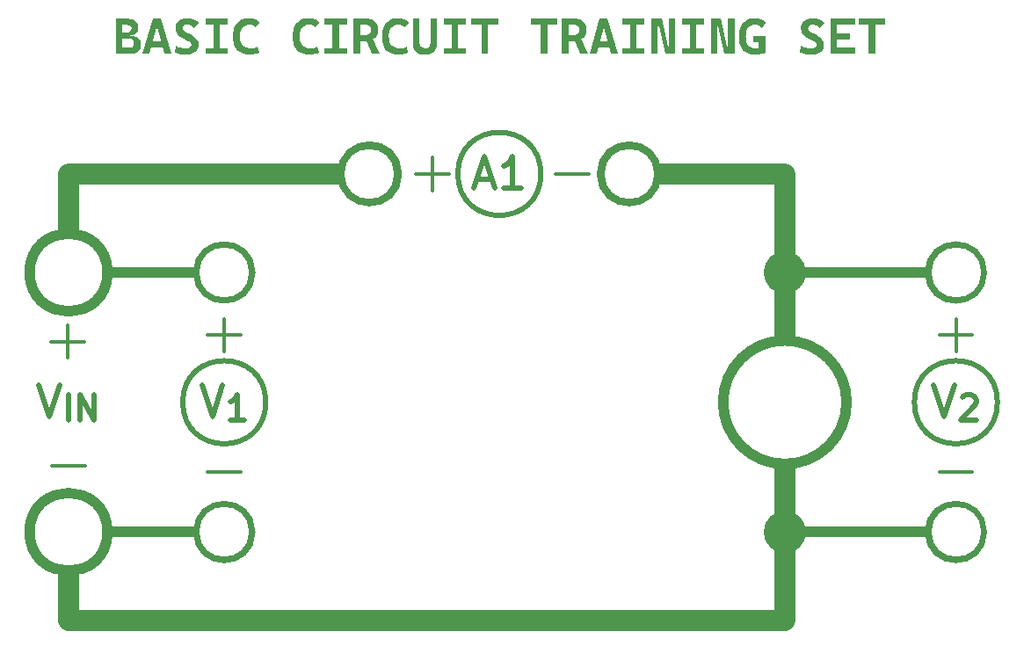
<source format=gbr>
%TF.GenerationSoftware,KiCad,Pcbnew,8.0.2*%
%TF.CreationDate,2024-06-17T23:35:22+07:00*%
%TF.ProjectId,Lamp_Circuit,4c616d70-5f43-4697-9263-7569742e6b69,rev?*%
%TF.SameCoordinates,Original*%
%TF.FileFunction,Legend,Top*%
%TF.FilePolarity,Positive*%
%FSLAX46Y46*%
G04 Gerber Fmt 4.6, Leading zero omitted, Abs format (unit mm)*
G04 Created by KiCad (PCBNEW 8.0.2) date 2024-06-17 23:35:22*
%MOMM*%
%LPD*%
G01*
G04 APERTURE LIST*
%ADD10C,2.000000*%
%ADD11C,1.000000*%
%ADD12C,2.050000*%
%ADD13C,0.500000*%
%ADD14C,0.300000*%
%ADD15C,1.250000*%
%ADD16C,6.400000*%
%ADD17C,4.800000*%
%ADD18C,6.500000*%
G04 APERTURE END LIST*
D10*
X111000000Y-72000000D02*
X111000000Y-77225000D01*
X111000000Y-115000000D02*
X180000000Y-115000000D01*
D11*
X114875000Y-81500000D02*
X123075000Y-81500000D01*
D10*
X137050000Y-72000000D02*
X111000000Y-72000000D01*
D11*
X179925000Y-106500000D02*
X193575000Y-106500000D01*
X179950000Y-81500000D02*
X193600000Y-81500000D01*
X114875000Y-106500000D02*
X123075000Y-106500000D01*
D10*
X180000000Y-72000000D02*
X180000000Y-87500000D01*
X167875000Y-72000000D02*
X180000000Y-72000000D01*
X111000000Y-110800000D02*
X111000000Y-115000000D01*
D12*
X181025000Y-81500000D02*
G75*
G02*
X178975000Y-81500000I-1025000J0D01*
G01*
X178975000Y-81500000D02*
G75*
G02*
X181025000Y-81500000I1025000J0D01*
G01*
X181025000Y-106500000D02*
G75*
G02*
X178975000Y-106500000I-1025000J0D01*
G01*
X178975000Y-106500000D02*
G75*
G02*
X181025000Y-106500000I1025000J0D01*
G01*
D10*
X180000000Y-115000000D02*
X180000000Y-100450000D01*
D13*
G36*
X116149215Y-60452501D02*
G01*
X116149215Y-59864364D01*
X116757868Y-59864364D01*
X116936425Y-59847774D01*
X117103414Y-59786486D01*
X117161357Y-59746394D01*
X117269709Y-59604917D01*
X117305686Y-59429581D01*
X117305827Y-59416422D01*
X117272580Y-59240122D01*
X117163827Y-59098030D01*
X117154518Y-59090725D01*
X116997743Y-59011835D01*
X116824556Y-58979377D01*
X116724529Y-58975320D01*
X116159473Y-58975320D01*
X116101343Y-58719720D01*
X117044243Y-58719720D01*
X117228985Y-58729905D01*
X117416278Y-58766490D01*
X117578138Y-58829682D01*
X117729832Y-58932577D01*
X117846777Y-59065691D01*
X117925449Y-59226529D01*
X117965849Y-59415091D01*
X117971755Y-59531827D01*
X117958338Y-59714571D01*
X117910146Y-59900181D01*
X117826905Y-60060999D01*
X117708615Y-60197027D01*
X117691364Y-60212288D01*
X117536903Y-60317381D01*
X117377645Y-60384706D01*
X117195888Y-60429042D01*
X117022190Y-60448747D01*
X116897208Y-60452501D01*
X116149215Y-60452501D01*
G37*
G36*
X115548255Y-60452501D02*
G01*
X115548255Y-57060456D01*
X116183409Y-57060456D01*
X116183409Y-60452501D01*
X115548255Y-60452501D01*
G37*
G36*
X115985938Y-58806914D02*
G01*
X115985938Y-58569266D01*
X116933112Y-58569266D01*
X116933112Y-58806914D01*
X115985938Y-58806914D01*
G37*
G36*
X116149215Y-58642783D02*
G01*
X116149215Y-58387183D01*
X116613398Y-58387183D01*
X116788265Y-58368530D01*
X116943850Y-58295726D01*
X116951064Y-58289730D01*
X117046709Y-58140141D01*
X117065614Y-57999936D01*
X117027206Y-57831066D01*
X116944225Y-57737497D01*
X116780991Y-57668127D01*
X116609932Y-57648940D01*
X116580059Y-57648593D01*
X116159473Y-57648593D01*
X116101343Y-57060456D01*
X116603995Y-57060456D01*
X116797358Y-57068240D01*
X116973531Y-57091591D01*
X117157338Y-57138510D01*
X117317748Y-57206618D01*
X117436619Y-57281862D01*
X117565648Y-57404266D01*
X117657811Y-57550071D01*
X117713109Y-57719278D01*
X117731542Y-57911886D01*
X117713487Y-58096737D01*
X117651077Y-58272148D01*
X117544087Y-58416003D01*
X117503297Y-58453006D01*
X117342395Y-58553084D01*
X117165464Y-58611463D01*
X116982646Y-58638150D01*
X116856176Y-58642783D01*
X116149215Y-58642783D01*
G37*
G36*
X118141015Y-60452501D02*
G01*
X119126657Y-57060456D01*
X119905425Y-57060456D01*
X120891067Y-60452501D01*
X120206333Y-60452501D01*
X119537840Y-57889660D01*
X119494243Y-57889660D01*
X118825750Y-60452501D01*
X118141015Y-60452501D01*
G37*
G36*
X118638538Y-59795976D02*
G01*
X118638538Y-59207839D01*
X120369609Y-59207839D01*
X120369609Y-59795976D01*
X118638538Y-59795976D01*
G37*
G36*
X122267376Y-60507211D02*
G01*
X122086856Y-60502369D01*
X121909675Y-60487843D01*
X121735833Y-60463634D01*
X121701465Y-60457630D01*
X121520166Y-60419484D01*
X121352403Y-60372044D01*
X121211636Y-60320854D01*
X121297976Y-59674587D01*
X121463186Y-59739035D01*
X121627561Y-59793465D01*
X121807409Y-59841767D01*
X121823709Y-59845557D01*
X121998314Y-59879626D01*
X122178193Y-59900663D01*
X122305844Y-59905397D01*
X122481876Y-59892534D01*
X122654245Y-59840278D01*
X122699930Y-59813928D01*
X122814133Y-59676567D01*
X122836706Y-59550634D01*
X122790289Y-59384307D01*
X122665047Y-59257322D01*
X122555460Y-59195016D01*
X122064776Y-58958223D01*
X121913974Y-58876423D01*
X121760662Y-58773119D01*
X121627653Y-58659344D01*
X121502285Y-58518830D01*
X121406002Y-58367361D01*
X121341229Y-58207237D01*
X121307968Y-58038458D01*
X121303105Y-57940951D01*
X121317259Y-57755379D01*
X121359719Y-57589114D01*
X121442907Y-57422739D01*
X121563066Y-57281581D01*
X121598883Y-57250233D01*
X121762106Y-57143269D01*
X121930083Y-57074746D01*
X122121541Y-57029621D01*
X122304335Y-57009566D01*
X122435781Y-57005745D01*
X122610166Y-57014468D01*
X122779411Y-57040637D01*
X122961434Y-57090175D01*
X123032467Y-57116021D01*
X123203053Y-57194544D01*
X123361116Y-57292267D01*
X123506658Y-57409191D01*
X123534264Y-57434880D01*
X123096580Y-57936677D01*
X122961411Y-57820175D01*
X122814898Y-57721533D01*
X122762334Y-57693045D01*
X122596921Y-57628931D01*
X122437491Y-57607560D01*
X122260014Y-57627470D01*
X122108374Y-57698174D01*
X122006994Y-57841762D01*
X121990405Y-57958048D01*
X122041015Y-58127056D01*
X122073325Y-58171761D01*
X122204691Y-58290171D01*
X122310118Y-58353844D01*
X122771737Y-58590637D01*
X122921669Y-58675529D01*
X123073686Y-58779860D01*
X123205079Y-58891993D01*
X123328245Y-59027466D01*
X123423288Y-59170715D01*
X123492411Y-59336542D01*
X123523132Y-59509382D01*
X123524860Y-59562602D01*
X123509193Y-59750921D01*
X123462192Y-59919441D01*
X123370109Y-60087793D01*
X123237100Y-60230286D01*
X123197453Y-60261869D01*
X123041332Y-60357466D01*
X122858705Y-60429583D01*
X122681070Y-60472710D01*
X122483960Y-60498586D01*
X122304826Y-60506971D01*
X122267376Y-60507211D01*
G37*
G36*
X124933653Y-60452501D02*
G01*
X124933653Y-57060456D01*
X125568806Y-57060456D01*
X125568806Y-60452501D01*
X124933653Y-60452501D01*
G37*
G36*
X124174546Y-60452501D02*
G01*
X124174546Y-59878041D01*
X126333042Y-59878041D01*
X126333042Y-60452501D01*
X124174546Y-60452501D01*
G37*
G36*
X124174546Y-57634915D02*
G01*
X124174546Y-57060456D01*
X126333042Y-57060456D01*
X126333042Y-57634915D01*
X124174546Y-57634915D01*
G37*
G36*
X128478716Y-60507211D02*
G01*
X128280998Y-60500352D01*
X128096037Y-60479776D01*
X127923831Y-60445481D01*
X127689440Y-60368319D01*
X127483751Y-60260293D01*
X127306762Y-60121401D01*
X127158473Y-59951645D01*
X127038886Y-59751024D01*
X126948000Y-59519539D01*
X126903354Y-59348068D01*
X126871464Y-59162879D01*
X126852330Y-58963973D01*
X126845952Y-58751349D01*
X126852377Y-58549271D01*
X126871651Y-58358920D01*
X126903775Y-58180296D01*
X126948748Y-58013400D01*
X127023034Y-57821271D01*
X127117397Y-57647467D01*
X127231838Y-57491987D01*
X127257135Y-57463090D01*
X127393957Y-57331336D01*
X127547434Y-57221912D01*
X127717565Y-57134820D01*
X127904350Y-57070060D01*
X128107790Y-57027630D01*
X128282534Y-57009765D01*
X128420586Y-57005745D01*
X128605331Y-57014401D01*
X128777770Y-57040367D01*
X128954934Y-57089521D01*
X129021545Y-57115166D01*
X129186820Y-57200816D01*
X129321792Y-57308486D01*
X129418196Y-57425477D01*
X129062578Y-57887951D01*
X128931247Y-57762722D01*
X128787317Y-57681077D01*
X128613568Y-57625939D01*
X128437869Y-57607632D01*
X128425715Y-57607560D01*
X128252595Y-57621550D01*
X128074079Y-57671799D01*
X127916185Y-57758593D01*
X127778915Y-57881932D01*
X127763206Y-57899919D01*
X127654373Y-58061058D01*
X127584652Y-58227299D01*
X127538738Y-58417103D01*
X127518332Y-58598545D01*
X127514445Y-58729123D01*
X127523634Y-58939336D01*
X127551200Y-59128872D01*
X127597144Y-59297732D01*
X127686990Y-59490714D01*
X127809508Y-59646938D01*
X127964696Y-59766403D01*
X128152556Y-59849110D01*
X128373088Y-59895058D01*
X128559927Y-59905397D01*
X128733728Y-59896421D01*
X128906354Y-59869493D01*
X129077805Y-59824613D01*
X129248081Y-59761782D01*
X129358356Y-60344789D01*
X129173386Y-60408077D01*
X128984243Y-60455820D01*
X128790927Y-60488019D01*
X128593439Y-60504673D01*
X128478716Y-60507211D01*
G37*
G36*
X134216469Y-60507211D02*
G01*
X134018751Y-60500352D01*
X133833790Y-60479776D01*
X133661584Y-60445481D01*
X133427193Y-60368319D01*
X133221504Y-60260293D01*
X133044515Y-60121401D01*
X132896226Y-59951645D01*
X132776639Y-59751024D01*
X132685753Y-59519539D01*
X132641107Y-59348068D01*
X132609217Y-59162879D01*
X132590083Y-58963973D01*
X132583705Y-58751349D01*
X132590130Y-58549271D01*
X132609404Y-58358920D01*
X132641528Y-58180296D01*
X132686501Y-58013400D01*
X132760787Y-57821271D01*
X132855150Y-57647467D01*
X132969591Y-57491987D01*
X132994888Y-57463090D01*
X133131710Y-57331336D01*
X133285186Y-57221912D01*
X133455317Y-57134820D01*
X133642103Y-57070060D01*
X133845543Y-57027630D01*
X134020287Y-57009765D01*
X134158339Y-57005745D01*
X134343084Y-57014401D01*
X134515523Y-57040367D01*
X134692687Y-57089521D01*
X134759298Y-57115166D01*
X134924573Y-57200816D01*
X135059544Y-57308486D01*
X135155949Y-57425477D01*
X134800331Y-57887951D01*
X134669000Y-57762722D01*
X134525070Y-57681077D01*
X134351321Y-57625939D01*
X134175622Y-57607632D01*
X134163468Y-57607560D01*
X133990348Y-57621550D01*
X133811832Y-57671799D01*
X133653938Y-57758593D01*
X133516668Y-57881932D01*
X133500959Y-57899919D01*
X133392126Y-58061058D01*
X133322405Y-58227299D01*
X133276491Y-58417103D01*
X133256085Y-58598545D01*
X133252198Y-58729123D01*
X133261387Y-58939336D01*
X133288953Y-59128872D01*
X133334897Y-59297732D01*
X133424743Y-59490714D01*
X133547261Y-59646938D01*
X133702449Y-59766403D01*
X133890309Y-59849110D01*
X134110840Y-59895058D01*
X134297679Y-59905397D01*
X134471481Y-59896421D01*
X134644107Y-59869493D01*
X134815558Y-59824613D01*
X134985834Y-59761782D01*
X135096109Y-60344789D01*
X134911139Y-60408077D01*
X134721996Y-60455820D01*
X134528680Y-60488019D01*
X134331192Y-60504673D01*
X134216469Y-60507211D01*
G37*
G36*
X136409159Y-60452501D02*
G01*
X136409159Y-57060456D01*
X137044312Y-57060456D01*
X137044312Y-60452501D01*
X136409159Y-60452501D01*
G37*
G36*
X135650052Y-60452501D02*
G01*
X135650052Y-59878041D01*
X137808548Y-59878041D01*
X137808548Y-60452501D01*
X135650052Y-60452501D01*
G37*
G36*
X135650052Y-57634915D02*
G01*
X135650052Y-57060456D01*
X137808548Y-57060456D01*
X137808548Y-57634915D01*
X135650052Y-57634915D01*
G37*
G36*
X139052355Y-59194161D02*
G01*
X139052355Y-58606025D01*
X139665282Y-58606025D01*
X139840032Y-58581972D01*
X139993264Y-58495579D01*
X140008932Y-58480362D01*
X140101256Y-58328839D01*
X140131550Y-58155235D01*
X140132030Y-58127309D01*
X140108469Y-57946808D01*
X140023839Y-57789409D01*
X140008932Y-57773401D01*
X139861898Y-57679795D01*
X139692571Y-57649080D01*
X139665282Y-57648593D01*
X139061758Y-57648593D01*
X139004483Y-57060456D01*
X139665282Y-57060456D01*
X139862923Y-57069802D01*
X140042952Y-57097842D01*
X140230728Y-57154181D01*
X140394533Y-57235964D01*
X140515858Y-57326314D01*
X140633106Y-57452971D01*
X140721556Y-57601062D01*
X140781209Y-57770587D01*
X140812064Y-57961548D01*
X140816765Y-58080292D01*
X140806187Y-58270139D01*
X140774450Y-58443456D01*
X140710684Y-58624769D01*
X140618120Y-58783583D01*
X140515858Y-58901803D01*
X140372600Y-59015720D01*
X140205371Y-59101657D01*
X140014171Y-59159615D01*
X139831206Y-59187024D01*
X139665282Y-59194161D01*
X139052355Y-59194161D01*
G37*
G36*
X138451395Y-60452501D02*
G01*
X138451395Y-57060456D01*
X139085694Y-57060456D01*
X139085694Y-60452501D01*
X138451395Y-60452501D01*
G37*
G36*
X140185031Y-60452501D02*
G01*
X139540474Y-58835979D01*
X140208967Y-58835979D01*
X140942428Y-60452501D01*
X140185031Y-60452501D01*
G37*
G36*
X142823098Y-60507211D02*
G01*
X142625381Y-60500352D01*
X142440419Y-60479776D01*
X142268214Y-60445481D01*
X142033823Y-60368319D01*
X141828133Y-60260293D01*
X141651144Y-60121401D01*
X141502856Y-59951645D01*
X141383269Y-59751024D01*
X141292382Y-59519539D01*
X141247737Y-59348068D01*
X141215847Y-59162879D01*
X141196713Y-58963973D01*
X141190335Y-58751349D01*
X141196759Y-58549271D01*
X141216034Y-58358920D01*
X141248157Y-58180296D01*
X141293130Y-58013400D01*
X141367416Y-57821271D01*
X141461780Y-57647467D01*
X141576220Y-57491987D01*
X141601518Y-57463090D01*
X141738339Y-57331336D01*
X141891816Y-57221912D01*
X142061947Y-57134820D01*
X142248732Y-57070060D01*
X142452173Y-57027630D01*
X142626916Y-57009765D01*
X142764968Y-57005745D01*
X142949714Y-57014401D01*
X143122152Y-57040367D01*
X143299316Y-57089521D01*
X143365928Y-57115166D01*
X143531203Y-57200816D01*
X143666174Y-57308486D01*
X143762578Y-57425477D01*
X143406961Y-57887951D01*
X143275629Y-57762722D01*
X143131699Y-57681077D01*
X142957951Y-57625939D01*
X142782252Y-57607632D01*
X142770097Y-57607560D01*
X142596978Y-57621550D01*
X142418461Y-57671799D01*
X142260568Y-57758593D01*
X142123297Y-57881932D01*
X142107589Y-57899919D01*
X141998756Y-58061058D01*
X141929034Y-58227299D01*
X141883121Y-58417103D01*
X141862714Y-58598545D01*
X141858827Y-58729123D01*
X141868016Y-58939336D01*
X141895583Y-59128872D01*
X141941527Y-59297732D01*
X142031373Y-59490714D01*
X142153890Y-59646938D01*
X142309079Y-59766403D01*
X142496939Y-59849110D01*
X142717470Y-59895058D01*
X142904309Y-59905397D01*
X143078111Y-59896421D01*
X143250737Y-59869493D01*
X143422188Y-59824613D01*
X143592463Y-59761782D01*
X143702739Y-60344789D01*
X143517768Y-60408077D01*
X143328625Y-60455820D01*
X143135310Y-60488019D01*
X142937822Y-60504673D01*
X142823098Y-60507211D01*
G37*
G36*
X145326099Y-60507211D02*
G01*
X145122913Y-60497196D01*
X144939713Y-60467150D01*
X144726535Y-60395930D01*
X144548887Y-60289101D01*
X144406768Y-60146661D01*
X144300179Y-59968612D01*
X144229119Y-59754953D01*
X144199141Y-59571340D01*
X144189148Y-59367696D01*
X144189148Y-57060456D01*
X144823447Y-57060456D01*
X144823447Y-59360002D01*
X144840878Y-59539841D01*
X144905276Y-59703465D01*
X144947400Y-59758362D01*
X145094787Y-59854082D01*
X145272965Y-59889635D01*
X145337212Y-59891719D01*
X145510940Y-59873026D01*
X145668194Y-59803965D01*
X145788007Y-59662728D01*
X145840425Y-59484623D01*
X145848412Y-59360002D01*
X145848412Y-57060456D01*
X146482711Y-57060456D01*
X146482711Y-59367696D01*
X146475531Y-59538908D01*
X146447963Y-59725960D01*
X146399717Y-59892936D01*
X146317297Y-60062368D01*
X146206735Y-60204475D01*
X146188642Y-60222546D01*
X146046857Y-60333465D01*
X145878809Y-60417141D01*
X145713867Y-60467180D01*
X145529630Y-60497203D01*
X145326099Y-60507211D01*
G37*
G36*
X147884665Y-60452501D02*
G01*
X147884665Y-57060456D01*
X148519818Y-57060456D01*
X148519818Y-60452501D01*
X147884665Y-60452501D01*
G37*
G36*
X147125558Y-60452501D02*
G01*
X147125558Y-59878041D01*
X149284054Y-59878041D01*
X149284054Y-60452501D01*
X147125558Y-60452501D01*
G37*
G36*
X147125558Y-57634915D02*
G01*
X147125558Y-57060456D01*
X149284054Y-57060456D01*
X149284054Y-57634915D01*
X147125558Y-57634915D01*
G37*
G36*
X150756106Y-60452501D02*
G01*
X150756106Y-57060456D01*
X151391259Y-57060456D01*
X151391259Y-60452501D01*
X150756106Y-60452501D01*
G37*
G36*
X149782432Y-57648593D02*
G01*
X149782432Y-57060456D01*
X152364933Y-57060456D01*
X152364933Y-57648593D01*
X149782432Y-57648593D01*
G37*
G36*
X156493859Y-60452501D02*
G01*
X156493859Y-57060456D01*
X157129012Y-57060456D01*
X157129012Y-60452501D01*
X156493859Y-60452501D01*
G37*
G36*
X155520185Y-57648593D02*
G01*
X155520185Y-57060456D01*
X158102686Y-57060456D01*
X158102686Y-57648593D01*
X155520185Y-57648593D01*
G37*
G36*
X159134490Y-59194161D02*
G01*
X159134490Y-58606025D01*
X159747418Y-58606025D01*
X159922168Y-58581972D01*
X160075400Y-58495579D01*
X160091067Y-58480362D01*
X160183391Y-58328839D01*
X160213685Y-58155235D01*
X160214166Y-58127309D01*
X160190604Y-57946808D01*
X160105974Y-57789409D01*
X160091067Y-57773401D01*
X159944033Y-57679795D01*
X159774706Y-57649080D01*
X159747418Y-57648593D01*
X159143894Y-57648593D01*
X159086619Y-57060456D01*
X159747418Y-57060456D01*
X159945058Y-57069802D01*
X160125088Y-57097842D01*
X160312863Y-57154181D01*
X160476668Y-57235964D01*
X160597993Y-57326314D01*
X160715242Y-57452971D01*
X160803692Y-57601062D01*
X160863344Y-57770587D01*
X160894199Y-57961548D01*
X160898901Y-58080292D01*
X160888322Y-58270139D01*
X160856586Y-58443456D01*
X160792819Y-58624769D01*
X160700255Y-58783583D01*
X160597993Y-58901803D01*
X160454735Y-59015720D01*
X160287506Y-59101657D01*
X160096306Y-59159615D01*
X159913341Y-59187024D01*
X159747418Y-59194161D01*
X159134490Y-59194161D01*
G37*
G36*
X158533531Y-60452501D02*
G01*
X158533531Y-57060456D01*
X159167830Y-57060456D01*
X159167830Y-60452501D01*
X158533531Y-60452501D01*
G37*
G36*
X160267167Y-60452501D02*
G01*
X159622610Y-58835979D01*
X160291102Y-58835979D01*
X161024564Y-60452501D01*
X160267167Y-60452501D01*
G37*
G36*
X161174162Y-60452501D02*
G01*
X162159804Y-57060456D01*
X162938573Y-57060456D01*
X163924215Y-60452501D01*
X163239480Y-60452501D01*
X162570987Y-57889660D01*
X162527390Y-57889660D01*
X161858897Y-60452501D01*
X161174162Y-60452501D01*
G37*
G36*
X161671685Y-59795976D02*
G01*
X161671685Y-59207839D01*
X163402756Y-59207839D01*
X163402756Y-59795976D01*
X161671685Y-59795976D01*
G37*
G36*
X165097924Y-60452501D02*
G01*
X165097924Y-57060456D01*
X165733077Y-57060456D01*
X165733077Y-60452501D01*
X165097924Y-60452501D01*
G37*
G36*
X164338817Y-60452501D02*
G01*
X164338817Y-59878041D01*
X166497313Y-59878041D01*
X166497313Y-60452501D01*
X164338817Y-60452501D01*
G37*
G36*
X164338817Y-57634915D02*
G01*
X164338817Y-57060456D01*
X166497313Y-57060456D01*
X166497313Y-57634915D01*
X164338817Y-57634915D01*
G37*
G36*
X168460049Y-60452501D02*
G01*
X167859089Y-57800756D01*
X167596650Y-57800756D01*
X167596650Y-57060456D01*
X168113834Y-57060456D01*
X168714794Y-59712200D01*
X168876361Y-59712200D01*
X168876361Y-60452501D01*
X168460049Y-60452501D01*
G37*
G36*
X167158967Y-60452501D02*
G01*
X167158967Y-57060456D01*
X167770185Y-57060456D01*
X167770185Y-60452501D01*
X167158967Y-60452501D01*
G37*
G36*
X168803698Y-60452501D02*
G01*
X168803698Y-57060456D01*
X169414916Y-57060456D01*
X169414916Y-60452501D01*
X168803698Y-60452501D01*
G37*
G36*
X170835677Y-60452501D02*
G01*
X170835677Y-57060456D01*
X171470830Y-57060456D01*
X171470830Y-60452501D01*
X170835677Y-60452501D01*
G37*
G36*
X170076570Y-60452501D02*
G01*
X170076570Y-59878041D01*
X172235066Y-59878041D01*
X172235066Y-60452501D01*
X170076570Y-60452501D01*
G37*
G36*
X170076570Y-57634915D02*
G01*
X170076570Y-57060456D01*
X172235066Y-57060456D01*
X172235066Y-57634915D01*
X170076570Y-57634915D01*
G37*
G36*
X174197802Y-60452501D02*
G01*
X173596842Y-57800756D01*
X173334403Y-57800756D01*
X173334403Y-57060456D01*
X173851587Y-57060456D01*
X174452547Y-59712200D01*
X174614114Y-59712200D01*
X174614114Y-60452501D01*
X174197802Y-60452501D01*
G37*
G36*
X172896720Y-60452501D02*
G01*
X172896720Y-57060456D01*
X173507938Y-57060456D01*
X173507938Y-60452501D01*
X172896720Y-60452501D01*
G37*
G36*
X174541451Y-60452501D02*
G01*
X174541451Y-57060456D01*
X175152669Y-57060456D01*
X175152669Y-60452501D01*
X174541451Y-60452501D01*
G37*
G36*
X177138485Y-60507211D02*
G01*
X176948428Y-60500359D01*
X176770633Y-60479802D01*
X176565632Y-60434835D01*
X176379789Y-60368455D01*
X176213106Y-60280661D01*
X176065582Y-60171455D01*
X175961357Y-60068673D01*
X175848319Y-59920656D01*
X175754440Y-59751226D01*
X175679720Y-59560384D01*
X175633738Y-59392292D01*
X175600019Y-59210496D01*
X175578560Y-59014996D01*
X175569364Y-58805791D01*
X175568981Y-58751349D01*
X175575326Y-58549271D01*
X175594359Y-58358920D01*
X175626082Y-58180296D01*
X175670494Y-58013400D01*
X175743854Y-57821271D01*
X175837040Y-57647467D01*
X175950053Y-57491987D01*
X175975035Y-57463090D01*
X176110045Y-57331336D01*
X176261293Y-57221912D01*
X176428777Y-57134820D01*
X176612499Y-57070060D01*
X176812458Y-57027630D01*
X176984116Y-57009765D01*
X177119679Y-57005745D01*
X177299625Y-57013119D01*
X177486737Y-57039040D01*
X177657620Y-57083624D01*
X177762526Y-57123715D01*
X177920206Y-57206512D01*
X178066656Y-57319765D01*
X178184822Y-57456251D01*
X177785607Y-57919580D01*
X177661013Y-57789215D01*
X177507781Y-57690480D01*
X177345868Y-57630962D01*
X177172686Y-57607884D01*
X177148744Y-57607560D01*
X176968746Y-57621591D01*
X176785675Y-57671987D01*
X176626753Y-57759034D01*
X176491980Y-57882734D01*
X176476832Y-57900773D01*
X176372112Y-58062180D01*
X176305027Y-58228392D01*
X176260848Y-58417921D01*
X176241214Y-58598932D01*
X176237474Y-58729123D01*
X176243338Y-58905736D01*
X176265858Y-59098719D01*
X176305268Y-59271024D01*
X176372593Y-59445915D01*
X176462908Y-59592662D01*
X176477686Y-59611328D01*
X176613020Y-59739983D01*
X176777952Y-59831879D01*
X176946549Y-59882135D01*
X177137808Y-59904248D01*
X177196615Y-59905397D01*
X177373176Y-59898060D01*
X177543438Y-59873750D01*
X177599250Y-59860944D01*
X177766444Y-59817574D01*
X177883915Y-59785718D01*
X178112160Y-60363596D01*
X177943290Y-60407023D01*
X177774511Y-60444690D01*
X177742010Y-60451646D01*
X177569570Y-60480948D01*
X177382438Y-60499397D01*
X177201457Y-60506723D01*
X177138485Y-60507211D01*
G37*
G36*
X177482990Y-60363596D02*
G01*
X177482990Y-58715445D01*
X178112160Y-58715445D01*
X178112160Y-60363596D01*
X177482990Y-60363596D01*
G37*
G36*
X176917934Y-59303582D02*
G01*
X176917934Y-58715445D01*
X178098482Y-58715445D01*
X178098482Y-59303582D01*
X176917934Y-59303582D01*
G37*
G36*
X182513782Y-60507211D02*
G01*
X182333262Y-60502369D01*
X182156081Y-60487843D01*
X181982239Y-60463634D01*
X181947871Y-60457630D01*
X181766572Y-60419484D01*
X181598809Y-60372044D01*
X181458042Y-60320854D01*
X181544382Y-59674587D01*
X181709592Y-59739035D01*
X181873967Y-59793465D01*
X182053815Y-59841767D01*
X182070115Y-59845557D01*
X182244720Y-59879626D01*
X182424599Y-59900663D01*
X182552250Y-59905397D01*
X182728283Y-59892534D01*
X182900651Y-59840278D01*
X182946336Y-59813928D01*
X183060539Y-59676567D01*
X183083112Y-59550634D01*
X183036696Y-59384307D01*
X182911453Y-59257322D01*
X182801866Y-59195016D01*
X182311183Y-58958223D01*
X182160380Y-58876423D01*
X182007068Y-58773119D01*
X181874059Y-58659344D01*
X181748691Y-58518830D01*
X181652408Y-58367361D01*
X181587636Y-58207237D01*
X181554374Y-58038458D01*
X181549511Y-57940951D01*
X181563665Y-57755379D01*
X181606125Y-57589114D01*
X181689313Y-57422739D01*
X181809473Y-57281581D01*
X181845289Y-57250233D01*
X182008512Y-57143269D01*
X182176489Y-57074746D01*
X182367947Y-57029621D01*
X182550741Y-57009566D01*
X182682187Y-57005745D01*
X182856572Y-57014468D01*
X183025817Y-57040637D01*
X183207840Y-57090175D01*
X183278873Y-57116021D01*
X183449459Y-57194544D01*
X183607523Y-57292267D01*
X183753064Y-57409191D01*
X183780670Y-57434880D01*
X183342987Y-57936677D01*
X183207818Y-57820175D01*
X183061304Y-57721533D01*
X183008740Y-57693045D01*
X182843327Y-57628931D01*
X182683897Y-57607560D01*
X182506420Y-57627470D01*
X182354780Y-57698174D01*
X182253400Y-57841762D01*
X182236811Y-57958048D01*
X182287421Y-58127056D01*
X182319731Y-58171761D01*
X182451098Y-58290171D01*
X182556525Y-58353844D01*
X183018144Y-58590637D01*
X183168075Y-58675529D01*
X183320092Y-58779860D01*
X183451485Y-58891993D01*
X183574651Y-59027466D01*
X183669694Y-59170715D01*
X183738817Y-59336542D01*
X183769538Y-59509382D01*
X183771266Y-59562602D01*
X183755599Y-59750921D01*
X183708599Y-59919441D01*
X183616515Y-60087793D01*
X183483506Y-60230286D01*
X183443859Y-60261869D01*
X183287739Y-60357466D01*
X183105111Y-60429583D01*
X182927476Y-60472710D01*
X182730366Y-60498586D01*
X182551232Y-60506971D01*
X182513782Y-60507211D01*
G37*
G36*
X184401291Y-60452501D02*
G01*
X184401291Y-57060456D01*
X185036444Y-57060456D01*
X185036444Y-60452501D01*
X184401291Y-60452501D01*
G37*
G36*
X184401291Y-60452501D02*
G01*
X184401291Y-59864364D01*
X186743580Y-59864364D01*
X186743580Y-60452501D01*
X184401291Y-60452501D01*
G37*
G36*
X184401291Y-59030030D02*
G01*
X184401291Y-58441893D01*
X186310171Y-58441893D01*
X186310171Y-59030030D01*
X184401291Y-59030030D01*
G37*
G36*
X184401291Y-57648593D02*
G01*
X184401291Y-57060456D01*
X186743580Y-57060456D01*
X186743580Y-57648593D01*
X184401291Y-57648593D01*
G37*
G36*
X188051500Y-60452501D02*
G01*
X188051500Y-57060456D01*
X188686654Y-57060456D01*
X188686654Y-60452501D01*
X188051500Y-60452501D01*
G37*
G36*
X187077826Y-57648593D02*
G01*
X187077826Y-57060456D01*
X189660328Y-57060456D01*
X189660328Y-57648593D01*
X187077826Y-57648593D01*
G37*
X123857143Y-92361857D02*
X124857143Y-95361857D01*
X124857143Y-95361857D02*
X125857143Y-92361857D01*
X127971429Y-95693285D02*
X126600000Y-95693285D01*
X127285715Y-95693285D02*
X127285715Y-93293285D01*
X127285715Y-93293285D02*
X127057143Y-93636142D01*
X127057143Y-93636142D02*
X126828572Y-93864714D01*
X126828572Y-93864714D02*
X126600000Y-93979000D01*
X194332143Y-92361857D02*
X195332143Y-95361857D01*
X195332143Y-95361857D02*
X196332143Y-92361857D01*
X197075000Y-93521857D02*
X197189286Y-93407571D01*
X197189286Y-93407571D02*
X197417858Y-93293285D01*
X197417858Y-93293285D02*
X197989286Y-93293285D01*
X197989286Y-93293285D02*
X198217858Y-93407571D01*
X198217858Y-93407571D02*
X198332143Y-93521857D01*
X198332143Y-93521857D02*
X198446429Y-93750428D01*
X198446429Y-93750428D02*
X198446429Y-93979000D01*
X198446429Y-93979000D02*
X198332143Y-94321857D01*
X198332143Y-94321857D02*
X196960715Y-95693285D01*
X196960715Y-95693285D02*
X198446429Y-95693285D01*
X150357142Y-72504714D02*
X151785714Y-72504714D01*
X150071428Y-73361857D02*
X151071428Y-70361857D01*
X151071428Y-70361857D02*
X152071428Y-73361857D01*
X154642857Y-73361857D02*
X152928571Y-73361857D01*
X153785714Y-73361857D02*
X153785714Y-70361857D01*
X153785714Y-70361857D02*
X153500000Y-70790428D01*
X153500000Y-70790428D02*
X153214285Y-71076142D01*
X153214285Y-71076142D02*
X152928571Y-71219000D01*
X108121428Y-92361857D02*
X109121428Y-95361857D01*
X109121428Y-95361857D02*
X110121428Y-92361857D01*
X110978571Y-95693285D02*
X110978571Y-93293285D01*
X112121428Y-95693285D02*
X112121428Y-93293285D01*
X112121428Y-93293285D02*
X113492857Y-95693285D01*
X113492857Y-95693285D02*
X113492857Y-93293285D01*
D11*
%TO.C,LA1*%
X185950000Y-94000000D02*
G75*
G02*
X174050000Y-94000000I-5950000J0D01*
G01*
X174050000Y-94000000D02*
G75*
G02*
X185950000Y-94000000I5950000J0D01*
G01*
D14*
%TO.C,MES1*%
X124400000Y-87550000D02*
X127600000Y-87550000D01*
X124400000Y-100700000D02*
X127600000Y-100700000D01*
X126000000Y-89150000D02*
X126000000Y-85950000D01*
D11*
X128500000Y-81500000D02*
G75*
G02*
X123500000Y-81500000I-2500000J0D01*
G01*
X123500000Y-81500000D02*
G75*
G02*
X128500000Y-81500000I2500000J0D01*
G01*
D13*
X130000000Y-94000000D02*
G75*
G02*
X122000000Y-94000000I-4000000J0D01*
G01*
X122000000Y-94000000D02*
G75*
G02*
X130000000Y-94000000I4000000J0D01*
G01*
D11*
X128500000Y-106500000D02*
G75*
G02*
X123500000Y-106500000I-2500000J0D01*
G01*
X123500000Y-106500000D02*
G75*
G02*
X128500000Y-106500000I2500000J0D01*
G01*
D14*
%TO.C,MES2*%
X194875000Y-87550000D02*
X198075000Y-87550000D01*
X194875000Y-100700000D02*
X198075000Y-100700000D01*
X196475000Y-89150000D02*
X196475000Y-85950000D01*
D11*
X198975000Y-81500000D02*
G75*
G02*
X193975000Y-81500000I-2500000J0D01*
G01*
X193975000Y-81500000D02*
G75*
G02*
X198975000Y-81500000I2500000J0D01*
G01*
D13*
X200475000Y-94000000D02*
G75*
G02*
X192475000Y-94000000I-4000000J0D01*
G01*
X192475000Y-94000000D02*
G75*
G02*
X200475000Y-94000000I4000000J0D01*
G01*
D11*
X198975000Y-106500000D02*
G75*
G02*
X193975000Y-106500000I-2500000J0D01*
G01*
X193975000Y-106500000D02*
G75*
G02*
X198975000Y-106500000I2500000J0D01*
G01*
D14*
%TO.C,A1*%
X146050000Y-73600000D02*
X146050000Y-70400000D01*
X147650000Y-72000000D02*
X144450000Y-72000000D01*
X161100000Y-72000000D02*
X157900000Y-72000000D01*
D15*
X142500000Y-72000000D02*
G75*
G02*
X137500000Y-72000000I-2500000J0D01*
G01*
X137500000Y-72000000D02*
G75*
G02*
X142500000Y-72000000I2500000J0D01*
G01*
D13*
X156500000Y-72000000D02*
G75*
G02*
X148500000Y-72000000I-4000000J0D01*
G01*
X148500000Y-72000000D02*
G75*
G02*
X156500000Y-72000000I4000000J0D01*
G01*
D15*
X167500000Y-72000000D02*
G75*
G02*
X162500000Y-72000000I-2500000J0D01*
G01*
X162500000Y-72000000D02*
G75*
G02*
X167500000Y-72000000I2500000J0D01*
G01*
D14*
%TO.C,V1*%
X109350000Y-88150000D02*
X112550000Y-88150000D01*
X109400000Y-100150000D02*
X112600000Y-100150000D01*
X110950000Y-89750000D02*
X110950000Y-86550000D01*
D11*
X114750000Y-81500000D02*
G75*
G02*
X107250000Y-81500000I-3750000J0D01*
G01*
X107250000Y-81500000D02*
G75*
G02*
X114750000Y-81500000I3750000J0D01*
G01*
X114750000Y-106500000D02*
G75*
G02*
X107250000Y-106500000I-3750000J0D01*
G01*
X107250000Y-106500000D02*
G75*
G02*
X114750000Y-106500000I3750000J0D01*
G01*
%TD*%
%LPC*%
D16*
%TO.C,H2*%
X201000000Y-54000000D03*
%TD*%
%TO.C,H3*%
X104000000Y-120000000D03*
%TD*%
%TO.C,H1*%
X201000000Y-120000000D03*
%TD*%
D17*
%TO.C,MES1*%
X126000000Y-106500000D03*
X126000000Y-81500000D03*
%TD*%
%TO.C,MES2*%
X196475000Y-106500000D03*
X196475000Y-81500000D03*
%TD*%
%TO.C,A1*%
X165000000Y-72000000D03*
X140000000Y-72000000D03*
%TD*%
D18*
%TO.C,V1*%
X111000000Y-81500000D03*
X111000000Y-106500000D03*
%TD*%
D16*
%TO.C,H4*%
X104000000Y-54000000D03*
%TD*%
%LPD*%
M02*

</source>
